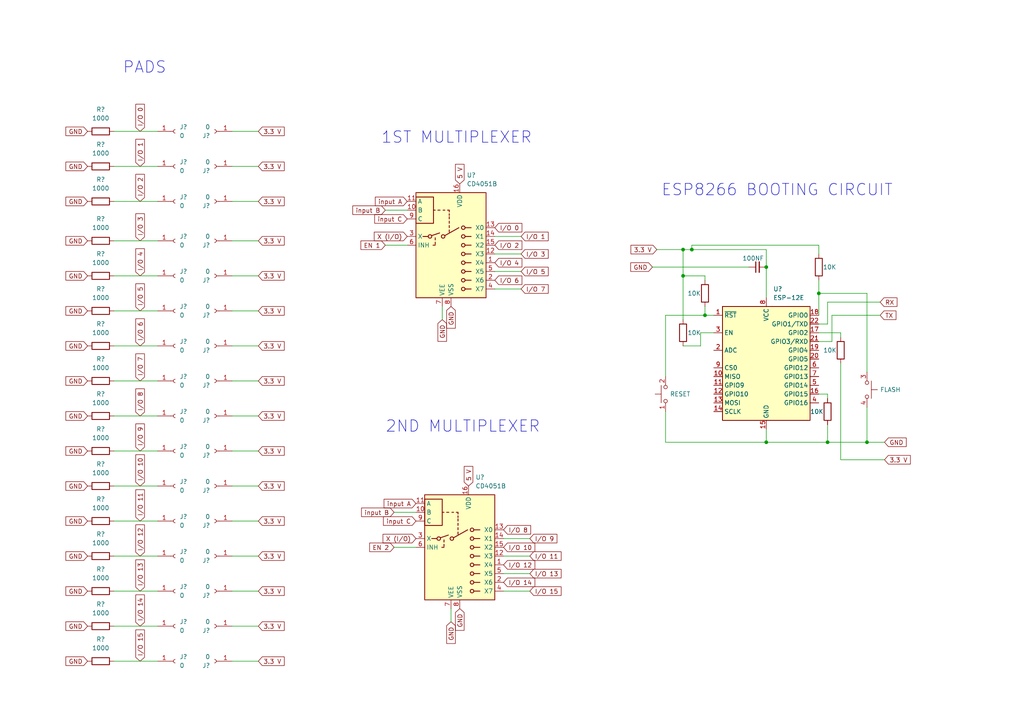
<source format=kicad_sch>
(kicad_sch (version 20211123) (generator eeschema)
  (paper "A4")
  (lib_symbols
    (symbol "Analog_Switch:CD4051B"
      (property "Reference" "U" (at -10.16 16.51 0))
      (property "Value" "CD4051B" (at 3.81 16.51 0))
      (symbol "CD4051B_0_1"
        (rectangle (start -10.16 6.35) (end -5.08 13.97) (stroke (width 0.254)))
        (rectangle (start -10.16 15.24) (end 10.16 -15.24) (stroke (width 0.254)) (fill (type background)))
        (circle (center -6.096 2.54) (radius 0.508) (stroke (width 0.254)))
        (circle (center -2.286 2.54) (radius 0.508) (stroke (width 0.254)))
        (polyline (pts (xy -8.128 2.54) (xy -6.604 2.54)) (stroke (width 0.254)))
        (polyline (pts (xy -5.588 2.794) (xy -3.302 3.556)) (stroke (width 0.254)))
        (polyline (pts (xy -4.572 0) (xy -5.207 0)) (stroke (width 0.254)))
        (polyline (pts (xy -4.572 0.254) (xy -4.572 0.889)) (stroke (width 0.254)))
        (polyline (pts (xy -4.572 1.524) (xy -4.572 2.159)) (stroke (width 0.254)))
        (polyline (pts (xy -4.572 10.16) (xy -5.08 10.16)) (stroke (width 0.254)))
        (polyline (pts (xy -3.81 10.16) (xy -3.175 10.16)) (stroke (width 0.254)))
        (polyline (pts (xy -1.778 2.794) (xy 2.286 5.08)) (stroke (width 0.254)))
        (polyline (pts (xy -1.778 10.16) (xy -2.286 10.16)) (stroke (width 0.254)))
        (polyline (pts (xy -0.508 3.81) (xy -0.508 4.445)) (stroke (width 0.254)))
        (polyline (pts (xy -0.508 5.08) (xy -0.508 5.715)) (stroke (width 0.254)))
        (polyline (pts (xy -0.508 6.35) (xy -0.508 6.985)) (stroke (width 0.254)))
        (polyline (pts (xy -0.508 7.62) (xy -0.508 8.255)) (stroke (width 0.254)))
        (polyline (pts (xy -0.508 8.636) (xy -0.508 9.144)) (stroke (width 0.254)))
        (polyline (pts (xy -0.508 9.652) (xy -0.508 10.16)) (stroke (width 0.254)))
        (polyline (pts (xy -0.508 10.16) (xy -1.016 10.16)) (stroke (width 0.254)))
        (polyline (pts (xy 4.064 -12.7) (xy 5.842 -12.7)) (stroke (width 0.254)))
        (polyline (pts (xy 4.064 -10.16) (xy 5.842 -10.16)) (stroke (width 0.254)))
        (polyline (pts (xy 4.064 -7.62) (xy 5.842 -7.62)) (stroke (width 0.254)))
        (polyline (pts (xy 4.064 -5.08) (xy 5.842 -5.08)) (stroke (width 0.254)))
        (polyline (pts (xy 4.064 -2.54) (xy 5.842 -2.54)) (stroke (width 0.254)))
        (polyline (pts (xy 4.064 0) (xy 5.842 0)) (stroke (width 0.254)))
        (polyline (pts (xy 4.064 2.54) (xy 5.842 2.54)) (stroke (width 0.254)))
        (polyline (pts (xy 4.064 5.08) (xy 5.842 5.08)) (stroke (width 0.254)))
        (circle (center 3.556 -12.7) (radius 0.508) (stroke (width 0.254)))
        (circle (center 3.556 -10.16) (radius 0.508) (stroke (width 0.254)))
        (circle (center 3.556 -7.62) (radius 0.508) (stroke (width 0.254)))
        (circle (center 3.556 -5.08) (radius 0.508) (stroke (width 0.254)))
        (circle (center 3.556 -2.54) (radius 0.508) (stroke (width 0.254)))
        (circle (center 3.556 0) (radius 0.508) (stroke (width 0.254)))
        (circle (center 3.556 2.54) (radius 0.508) (stroke (width 0.254)))
        (circle (center 3.556 5.08) (radius 0.508) (stroke (width 0.254)))
      )
      (symbol "CD4051B_1_1"
        (pin bidirectional line (at 12.7 -5.08 180) (length 2.54) (name "X4") (number "1"))
        (pin input line (at -12.7 10.16 0) (length 2.54) (name "B") (number "10"))
        (pin input line (at -12.7 12.7 0) (length 2.54) (name "A") (number "11"))
        (pin bidirectional line (at 12.7 -2.54 180) (length 2.54) (name "X3") (number "12"))
        (pin bidirectional line (at 12.7 5.08 180) (length 2.54) (name "X0") (number "13"))
        (pin bidirectional line (at 12.7 2.54 180) (length 2.54) (name "X1") (number "14"))
        (pin bidirectional line (at 12.7 0 180) (length 2.54) (name "X2") (number "15"))
        (pin power_in line (at 2.54 17.78 270) (length 2.54) (name "VDD") (number "16"))
        (pin bidirectional line (at 12.7 -10.16 180) (length 2.54) (name "X6") (number "2"))
        (pin bidirectional line (at -12.7 2.54 0) (length 2.54) (name "X") (number "3"))
        (pin bidirectional line (at 12.7 -12.7 180) (length 2.54) (name "X7") (number "4"))
        (pin bidirectional line (at 12.7 -7.62 180) (length 2.54) (name "X5") (number "5"))
        (pin input line (at -12.7 0 0) (length 2.54) (name "INH") (number "6"))
        (pin power_in line (at -2.54 -17.78 90) (length 2.54) (name "VEE") (number "7"))
        (pin power_in line (at 0 -17.78 90) (length 2.54) (name "VSS") (number "8"))
        (pin input line (at -12.7 7.62 0) (length 2.54) (name "C") (number "9"))
      )
    )
    (symbol "Connector:Conn_01x01_Female" (pin_names (offset 1.016) hide)
      (property "Reference" "J" (at 0 2.54 0))
      (property "Value" "Conn_01x01_Female" (at 0 -2.54 0))
      (symbol "Conn_01x01_Female_1_1"
        (polyline (pts (xy -1.27 0) (xy -0.508 0)) (stroke (width 0.1524)))
        (arc (start 0 0.508) (mid -0.508 0) (end 0 -0.508) (stroke (width 0.1524)))
        (pin passive line (at -5.08 0 0) (length 3.81) (name "Pin_1") (number "1"))
      )
    )
    (symbol "Device:C_Small" (pin_numbers hide) (pin_names (offset 0.254) hide)
      (property "Reference" "C" (at 0.254 1.778 0))
      (property "Value" "C_Small" (at 0.254 -2.032 0))
      (symbol "C_Small_0_1"
        (polyline (pts (xy -1.524 -0.508) (xy 1.524 -0.508)) (stroke (width 0.3302)))
        (polyline (pts (xy -1.524 0.508) (xy 1.524 0.508)) (stroke (width 0.3048)))
      )
      (symbol "C_Small_1_1"
        (pin passive line (at 0 2.54 270) (length 2.032) (name "~") (number "1"))
        (pin passive line (at 0 -2.54 90) (length 2.032) (name "~") (number "2"))
      )
    )
    (symbol "Device:R" (pin_numbers hide) (pin_names (offset 0))
      (property "Reference" "R" (at 2.032 0 90))
      (property "Value" "R" (at 0 0 90))
      (symbol "R_0_1"
        (rectangle (start -1.016 -2.54) (end 1.016 2.54) (stroke (width 0.254)))
      )
      (symbol "R_1_1"
        (pin passive line (at 0 3.81 270) (length 1.27) (name "~") (number "1"))
        (pin passive line (at 0 -3.81 90) (length 1.27) (name "~") (number "2"))
      )
    )
    (symbol "RF_Module:ESP-12E"
      (property "Reference" "U" (at -12.7 19.05 0))
      (property "Value" "ESP-12E" (at 12.7 19.05 0))
      (symbol "ESP-12E_0_1"
        (rectangle (start -12.7 17.78) (end 12.7 -15.24) (stroke (width 0.254)) (fill (type background)))
      )
      (symbol "ESP-12E_1_1"
        (pin input line (at -15.24 15.24 0) (length 2.54) (name "~{RST}") (number "1"))
        (pin bidirectional line (at -15.24 -2.54 0) (length 2.54) (name "MISO") (number "10"))
        (pin bidirectional line (at -15.24 -5.08 0) (length 2.54) (name "GPIO9") (number "11"))
        (pin bidirectional line (at -15.24 -7.62 0) (length 2.54) (name "GPIO10") (number "12"))
        (pin bidirectional line (at -15.24 -10.16 0) (length 2.54) (name "MOSI") (number "13"))
        (pin bidirectional line (at -15.24 -12.7 0) (length 2.54) (name "SCLK") (number "14"))
        (pin power_in line (at 0 -17.78 90) (length 2.54) (name "GND") (number "15"))
        (pin bidirectional line (at 15.24 -7.62 180) (length 2.54) (name "GPIO15") (number "16"))
        (pin bidirectional line (at 15.24 10.16 180) (length 2.54) (name "GPIO2") (number "17"))
        (pin bidirectional line (at 15.24 15.24 180) (length 2.54) (name "GPIO0") (number "18"))
        (pin bidirectional line (at 15.24 5.08 180) (length 2.54) (name "GPIO4") (number "19"))
        (pin input line (at -15.24 5.08 0) (length 2.54) (name "ADC") (number "2"))
        (pin bidirectional line (at 15.24 2.54 180) (length 2.54) (name "GPIO5") (number "20"))
        (pin bidirectional line (at 15.24 7.62 180) (length 2.54) (name "GPIO3/RXD") (number "21"))
        (pin bidirectional line (at 15.24 12.7 180) (length 2.54) (name "GPIO1/TXD") (number "22"))
        (pin input line (at -15.24 10.16 0) (length 2.54) (name "EN") (number "3"))
        (pin bidirectional line (at 15.24 -10.16 180) (length 2.54) (name "GPIO16") (number "4"))
        (pin bidirectional line (at 15.24 -5.08 180) (length 2.54) (name "GPIO14") (number "5"))
        (pin bidirectional line (at 15.24 0 180) (length 2.54) (name "GPIO12") (number "6"))
        (pin bidirectional line (at 15.24 -2.54 180) (length 2.54) (name "GPIO13") (number "7"))
        (pin power_in line (at 0 20.32 270) (length 2.54) (name "VCC") (number "8"))
        (pin input line (at -15.24 0 0) (length 2.54) (name "CS0") (number "9"))
      )
    )
    (symbol "Switch:SW_Push_Dual_x2" (pin_names (offset 1.016) hide)
      (property "Reference" "SW" (at 1.27 2.54 0))
      (property "Value" "SW_Push_Dual_x2" (at 0 -1.524 0))
      (symbol "SW_Push_Dual_x2_0_1"
        (circle (center -2.032 0) (radius 0.508))
        (polyline (pts (xy 0 1.27) (xy 0 3.048)))
        (polyline (pts (xy 2.54 1.27) (xy -2.54 1.27)))
        (circle (center 2.032 0) (radius 0.508))
      )
      (symbol "SW_Push_Dual_x2_1_1"
        (pin passive line (at -5.08 0 0) (length 2.54) (name "C") (number "1"))
        (pin passive line (at 5.08 0 180) (length 2.54) (name "D") (number "2"))
      )
      (symbol "SW_Push_Dual_x2_2_1"
        (pin passive line (at -5.08 0 0) (length 2.54) (name "C") (number "3"))
        (pin passive line (at 5.08 0 180) (length 2.54) (name "D") (number "4"))
      )
    )
  )
  (junction (at 222.25 77.47))
  (junction (at 198.12 80.01))
  (junction (at 204.47 91.44))
  (junction (at 240.03 128.27))
  (junction (at 222.25 128.27))
  (junction (at 251.46 128.27))
  (junction (at 200.66 72.39))
  (junction (at 198.12 72.39))
  (junction (at 237.49 85.09))
  (wire (pts (xy 204.47 88.9) (xy 204.47 91.44)))
  (wire (pts (xy 33.02 100.33) (xy 45.72 100.33)))
  (wire (pts (xy 151.13 73.66) (xy 143.51 73.66)))
  (wire (pts (xy 237.49 81.28) (xy 237.49 85.09)))
  (wire (pts (xy 222.25 86.36) (xy 222.25 77.47)))
  (wire (pts (xy 33.02 80.01) (xy 45.72 80.01)))
  (wire (pts (xy 153.67 171.45) (xy 146.05 171.45)))
  (wire (pts (xy 251.46 128.27) (xy 256.54 128.27)))
  (wire (pts (xy 240.03 128.27) (xy 251.46 128.27)))
  (wire (pts (xy 222.25 128.27) (xy 240.03 128.27)))
  (wire (pts (xy 251.46 118.11) (xy 251.46 128.27)))
  (wire (pts (xy 67.31 151.13) (xy 74.93 151.13)))
  (wire (pts (xy 251.46 107.95) (xy 251.46 85.09)))
  (wire (pts (xy 67.31 38.1) (xy 74.93 38.1)))
  (wire (pts (xy 204.47 80.01) (xy 204.47 81.28)))
  (wire (pts (xy 203.2 96.52) (xy 203.2 100.33)))
  (wire (pts (xy 33.02 191.77) (xy 45.72 191.77)))
  (wire (pts (xy 67.31 181.61) (xy 74.93 181.61)))
  (wire (pts (xy 204.47 80.01) (xy 198.12 80.01)))
  (wire (pts (xy 207.01 96.52) (xy 203.2 96.52)))
  (wire (pts (xy 33.02 130.81) (xy 45.72 130.81)))
  (wire (pts (xy 198.12 80.01) (xy 198.12 92.71)))
  (wire (pts (xy 207.01 91.44) (xy 204.47 91.44)))
  (wire (pts (xy 33.02 38.1) (xy 45.72 38.1)))
  (wire (pts (xy 111.76 60.96) (xy 118.11 60.96)))
  (wire (pts (xy 67.31 58.42) (xy 74.93 58.42)))
  (wire (pts (xy 67.31 90.17) (xy 74.93 90.17)))
  (wire (pts (xy 33.02 171.45) (xy 45.72 171.45)))
  (wire (pts (xy 33.02 140.97) (xy 45.72 140.97)))
  (wire (pts (xy 240.03 87.63) (xy 240.03 93.98)))
  (wire (pts (xy 67.31 161.29) (xy 74.93 161.29)))
  (wire (pts (xy 222.25 124.46) (xy 222.25 128.27)))
  (wire (pts (xy 33.02 181.61) (xy 45.72 181.61)))
  (wire (pts (xy 67.31 191.77) (xy 74.93 191.77)))
  (wire (pts (xy 33.02 48.26) (xy 45.72 48.26)))
  (wire (pts (xy 237.49 99.06) (xy 241.3 99.06)))
  (wire (pts (xy 111.76 71.12) (xy 118.11 71.12)))
  (wire (pts (xy 151.13 83.82) (xy 143.51 83.82)))
  (wire (pts (xy 243.84 105.41) (xy 243.84 133.35)))
  (wire (pts (xy 153.67 161.29) (xy 146.05 161.29)))
  (wire (pts (xy 33.02 120.65) (xy 45.72 120.65)))
  (wire (pts (xy 237.49 85.09) (xy 237.49 91.44)))
  (wire (pts (xy 217.17 77.47) (xy 189.23 77.47)))
  (wire (pts (xy 222.25 77.47) (xy 222.25 72.39)))
  (wire (pts (xy 33.02 151.13) (xy 45.72 151.13)))
  (wire (pts (xy 237.49 71.12) (xy 200.66 71.12)))
  (wire (pts (xy 255.27 91.44) (xy 241.3 91.44)))
  (wire (pts (xy 67.31 140.97) (xy 74.93 140.97)))
  (wire (pts (xy 33.02 110.49) (xy 45.72 110.49)))
  (wire (pts (xy 200.66 71.12) (xy 200.66 72.39)))
  (wire (pts (xy 198.12 72.39) (xy 190.5 72.39)))
  (wire (pts (xy 153.67 166.37) (xy 146.05 166.37)))
  (wire (pts (xy 33.02 69.85) (xy 45.72 69.85)))
  (wire (pts (xy 243.84 133.35) (xy 256.54 133.35)))
  (wire (pts (xy 193.04 91.44) (xy 193.04 109.22)))
  (wire (pts (xy 237.49 96.52) (xy 243.84 96.52)))
  (wire (pts (xy 193.04 91.44) (xy 204.47 91.44)))
  (wire (pts (xy 67.31 80.01) (xy 74.93 80.01)))
  (wire (pts (xy 67.31 171.45) (xy 74.93 171.45)))
  (wire (pts (xy 67.31 69.85) (xy 74.93 69.85)))
  (wire (pts (xy 67.31 130.81) (xy 74.93 130.81)))
  (wire (pts (xy 241.3 91.44) (xy 241.3 99.06)))
  (wire (pts (xy 240.03 123.19) (xy 240.03 128.27)))
  (wire (pts (xy 222.25 72.39) (xy 200.66 72.39)))
  (wire (pts (xy 240.03 114.3) (xy 240.03 115.57)))
  (wire (pts (xy 237.49 114.3) (xy 240.03 114.3)))
  (wire (pts (xy 128.27 92.71) (xy 128.27 88.9)))
  (wire (pts (xy 255.27 87.63) (xy 240.03 87.63)))
  (wire (pts (xy 193.04 128.27) (xy 222.25 128.27)))
  (wire (pts (xy 67.31 100.33) (xy 74.93 100.33)))
  (wire (pts (xy 67.31 120.65) (xy 74.93 120.65)))
  (wire (pts (xy 130.81 180.34) (xy 130.81 176.53)))
  (wire (pts (xy 33.02 161.29) (xy 45.72 161.29)))
  (wire (pts (xy 251.46 85.09) (xy 237.49 85.09)))
  (wire (pts (xy 151.13 78.74) (xy 143.51 78.74)))
  (wire (pts (xy 151.13 68.58) (xy 143.51 68.58)))
  (wire (pts (xy 243.84 96.52) (xy 243.84 97.79)))
  (wire (pts (xy 33.02 90.17) (xy 45.72 90.17)))
  (wire (pts (xy 237.49 73.66) (xy 237.49 71.12)))
  (wire (pts (xy 33.02 58.42) (xy 45.72 58.42)))
  (wire (pts (xy 114.3 148.59) (xy 120.65 148.59)))
  (wire (pts (xy 153.67 156.21) (xy 146.05 156.21)))
  (wire (pts (xy 193.04 119.38) (xy 193.04 128.27)))
  (wire (pts (xy 67.31 110.49) (xy 74.93 110.49)))
  (wire (pts (xy 114.3 158.75) (xy 120.65 158.75)))
  (wire (pts (xy 67.31 48.26) (xy 74.93 48.26)))
  (wire (pts (xy 200.66 72.39) (xy 198.12 72.39)))
  (wire (pts (xy 203.2 100.33) (xy 198.12 100.33)))
  (wire (pts (xy 240.03 93.98) (xy 237.49 93.98)))
  (wire (pts (xy 198.12 72.39) (xy 198.12 80.01)))
  (text "PADS" (at 35.56 21.59 0) (effects (font (size 3.3 3.3)) (justify left bottom)))
  (text "2ND MULTIPLEXER" (at 111.76 125.73 0) (effects (font (size 3.3 3.3)) (justify left bottom)))
  (text "ESP8266 BOOTING CIRCUIT\n" (at 191.77 57.15 0) (effects (font (size 3.3 3.3)) (justify left bottom)))
  (text "1ST MULTIPLEXER" (at 110.49 41.91 0) (effects (font (size 3.3 3.3)) (justify left bottom)))
  (global_label "GND" (shape input) (at 25.4 80.01 180) (property "Intersheet References" "${INTERSHEET_REFS}" (effects hide)))
  (global_label "GND" (shape input) (at 25.4 140.97 180) (property "Intersheet References" "${INTERSHEET_REFS}" (effects hide)))
  (global_label "3.3 V" (shape input) (at 74.93 171.45 0) (property "Intersheet References" "${INTERSHEET_REFS}" (effects hide)))
  (global_label "GND" (shape input) (at 25.4 100.33 180) (property "Intersheet References" "${INTERSHEET_REFS}" (effects hide)))
  (global_label "3.3 V" (shape input) (at 74.93 38.1 0) (property "Intersheet References" "${INTERSHEET_REFS}" (effects hide)))
  (global_label "3.3 V" (shape input) (at 74.93 69.85 0) (property "Intersheet References" "${INTERSHEET_REFS}" (effects hide)))
  (global_label "input B" (shape input) (at 114.3 148.59 180) (property "Intersheet References" "${INTERSHEET_REFS}" (effects hide)))
  (global_label "GND" (shape input) (at 189.23 77.47 180) (property "Intersheet References" "${INTERSHEET_REFS}" (effects hide)))
  (global_label "I{slash}O 13" (shape input) (at 153.67 166.37 0) (property "Intersheet References" "${INTERSHEET_REFS}" (effects hide)))
  (global_label "I{slash}O 15" (shape input) (at 40.64 191.77 90) (property "Intersheet References" "${INTERSHEET_REFS}" (effects hide)))
  (global_label "RX" (shape input) (at 255.27 87.63 0) (property "Intersheet References" "${INTERSHEET_REFS}" (effects hide)))
  (global_label "GND" (shape input) (at 25.4 181.61 180) (property "Intersheet References" "${INTERSHEET_REFS}" (effects hide)))
  (global_label "3.3 V" (shape input) (at 74.93 110.49 0) (property "Intersheet References" "${INTERSHEET_REFS}" (effects hide)))
  (global_label "TX" (shape input) (at 255.27 91.44 0) (property "Intersheet References" "${INTERSHEET_REFS}" (effects hide)))
  (global_label "EN 2" (shape input) (at 114.3 158.75 180) (property "Intersheet References" "${INTERSHEET_REFS}" (effects hide)))
  (global_label "GND" (shape input) (at 25.4 151.13 180) (property "Intersheet References" "${INTERSHEET_REFS}" (effects hide)))
  (global_label "GND" (shape input) (at 25.4 110.49 180) (property "Intersheet References" "${INTERSHEET_REFS}" (effects hide)))
  (global_label "GND" (shape input) (at 25.4 191.77 180) (property "Intersheet References" "${INTERSHEET_REFS}" (effects hide)))
  (global_label "input A" (shape input) (at 118.11 58.42 180) (property "Intersheet References" "${INTERSHEET_REFS}" (effects hide)))
  (global_label "GND" (shape input) (at 133.35 176.53 270) (property "Intersheet References" "${INTERSHEET_REFS}" (effects hide)))
  (global_label "GND" (shape input) (at 25.4 58.42 180) (property "Intersheet References" "${INTERSHEET_REFS}" (effects hide)))
  (global_label "I{slash}O 14" (shape input) (at 146.05 168.91 0) (property "Intersheet References" "${INTERSHEET_REFS}" (effects hide)))
  (global_label "3.3 V" (shape input) (at 190.5 72.39 180) (property "Intersheet References" "${INTERSHEET_REFS}" (effects hide)))
  (global_label "I{slash}O 8" (shape input) (at 40.64 120.65 90) (property "Intersheet References" "${INTERSHEET_REFS}" (effects hide)))
  (global_label "GND" (shape input) (at 25.4 38.1 180) (property "Intersheet References" "${INTERSHEET_REFS}" (effects hide)))
  (global_label "I{slash}O 7" (shape input) (at 40.64 110.49 90) (property "Intersheet References" "${INTERSHEET_REFS}" (effects hide)))
  (global_label "GND" (shape input) (at 128.27 92.71 270) (property "Intersheet References" "${INTERSHEET_REFS}" (effects hide)))
  (global_label "GND" (shape input) (at 25.4 48.26 180) (property "Intersheet References" "${INTERSHEET_REFS}" (effects hide)))
  (global_label "input A" (shape input) (at 120.65 146.05 180) (property "Intersheet References" "${INTERSHEET_REFS}" (effects hide)))
  (global_label "GND" (shape input) (at 25.4 120.65 180) (property "Intersheet References" "${INTERSHEET_REFS}" (effects hide)))
  (global_label "GND" (shape input) (at 130.81 88.9 270) (property "Intersheet References" "${INTERSHEET_REFS}" (effects hide)))
  (global_label "I{slash}O 5" (shape input) (at 40.64 90.17 90) (property "Intersheet References" "${INTERSHEET_REFS}" (effects hide)))
  (global_label "I{slash}O 13" (shape input) (at 40.64 171.45 90) (property "Intersheet References" "${INTERSHEET_REFS}" (effects hide)))
  (global_label "3.3 V" (shape input) (at 74.93 140.97 0) (property "Intersheet References" "${INTERSHEET_REFS}" (effects hide)))
  (global_label "I{slash}O 15" (shape input) (at 153.67 171.45 0) (property "Intersheet References" "${INTERSHEET_REFS}" (effects hide)))
  (global_label "3.3 V" (shape input) (at 74.93 58.42 0) (property "Intersheet References" "${INTERSHEET_REFS}" (effects hide)))
  (global_label "I{slash}O 3" (shape input) (at 40.64 69.85 90) (property "Intersheet References" "${INTERSHEET_REFS}" (effects hide)))
  (global_label "X (I{slash}O)" (shape input) (at 118.11 68.58 180) (property "Intersheet References" "${INTERSHEET_REFS}" (effects hide)))
  (global_label "I{slash}O 11" (shape input) (at 40.64 151.13 90) (property "Intersheet References" "${INTERSHEET_REFS}" (effects hide)))
  (global_label "3.3 V" (shape input) (at 256.54 133.35 0) (property "Intersheet References" "${INTERSHEET_REFS}" (effects hide)))
  (global_label "I{slash}O 10" (shape input) (at 40.64 140.97 90) (property "Intersheet References" "${INTERSHEET_REFS}" (effects hide)))
  (global_label "3.3 V" (shape input) (at 74.93 130.81 0) (property "Intersheet References" "${INTERSHEET_REFS}" (effects hide)))
  (global_label "3.3 V" (shape input) (at 74.93 48.26 0) (property "Intersheet References" "${INTERSHEET_REFS}" (effects hide)))
  (global_label "I{slash}O 2" (shape input) (at 143.51 71.12 0) (property "Intersheet References" "${INTERSHEET_REFS}" (effects hide)))
  (global_label "3.3 V" (shape input) (at 74.93 161.29 0) (property "Intersheet References" "${INTERSHEET_REFS}" (effects hide)))
  (global_label "GND" (shape input) (at 25.4 130.81 180) (property "Intersheet References" "${INTERSHEET_REFS}" (effects hide)))
  (global_label "GND" (shape input) (at 25.4 171.45 180) (property "Intersheet References" "${INTERSHEET_REFS}" (effects hide)))
  (global_label "5 V" (shape input) (at 135.89 140.97 90) (property "Intersheet References" "${INTERSHEET_REFS}" (effects hide)))
  (global_label "I{slash}O 0" (shape input) (at 143.51 66.04 0) (property "Intersheet References" "${INTERSHEET_REFS}" (effects hide)))
  (global_label "3.3 V" (shape input) (at 74.93 181.61 0) (property "Intersheet References" "${INTERSHEET_REFS}" (effects hide)))
  (global_label "I{slash}O 14" (shape input) (at 40.64 181.61 90) (property "Intersheet References" "${INTERSHEET_REFS}" (effects hide)))
  (global_label "I{slash}O 7" (shape input) (at 151.13 83.82 0) (property "Intersheet References" "${INTERSHEET_REFS}" (effects hide)))
  (global_label "input B" (shape input) (at 111.76 60.96 180) (property "Intersheet References" "${INTERSHEET_REFS}" (effects hide)))
  (global_label "I{slash}O 3" (shape input) (at 151.13 73.66 0) (property "Intersheet References" "${INTERSHEET_REFS}" (effects hide)))
  (global_label "I{slash}O 4" (shape input) (at 40.64 80.01 90) (property "Intersheet References" "${INTERSHEET_REFS}" (effects hide)))
  (global_label "input C" (shape input) (at 120.65 151.13 180) (property "Intersheet References" "${INTERSHEET_REFS}" (effects hide)))
  (global_label "GND" (shape input) (at 25.4 90.17 180) (property "Intersheet References" "${INTERSHEET_REFS}" (effects hide)))
  (global_label "3.3 V" (shape input) (at 74.93 120.65 0) (property "Intersheet References" "${INTERSHEET_REFS}" (effects hide)))
  (global_label "3.3 V" (shape input) (at 74.93 80.01 0) (property "Intersheet References" "${INTERSHEET_REFS}" (effects hide)))
  (global_label "I{slash}O 9" (shape input) (at 153.67 156.21 0) (property "Intersheet References" "${INTERSHEET_REFS}" (effects hide)))
  (global_label "I{slash}O 12" (shape input) (at 146.05 163.83 0) (property "Intersheet References" "${INTERSHEET_REFS}" (effects hide)))
  (global_label "I{slash}O 2" (shape input) (at 40.64 58.42 90) (property "Intersheet References" "${INTERSHEET_REFS}" (effects hide)))
  (global_label "I{slash}O 0" (shape input) (at 40.64 38.1 90) (property "Intersheet References" "${INTERSHEET_REFS}" (effects hide)))
  (global_label "X (I{slash}O)" (shape input) (at 120.65 156.21 180) (property "Intersheet References" "${INTERSHEET_REFS}" (effects hide)))
  (global_label "I{slash}O 1" (shape input) (at 40.64 48.26 90) (property "Intersheet References" "${INTERSHEET_REFS}" (effects hide)))
  (global_label "I{slash}O 9" (shape input) (at 40.64 130.81 90) (property "Intersheet References" "${INTERSHEET_REFS}" (effects hide)))
  (global_label "I{slash}O 5" (shape input) (at 151.13 78.74 0) (property "Intersheet References" "${INTERSHEET_REFS}" (effects hide)))
  (global_label "I{slash}O 12" (shape input) (at 40.64 161.29 90) (property "Intersheet References" "${INTERSHEET_REFS}" (effects hide)))
  (global_label "I{slash}O 11" (shape input) (at 153.67 161.29 0) (property "Intersheet References" "${INTERSHEET_REFS}" (effects hide)))
  (global_label "EN 1" (shape input) (at 111.76 71.12 180) (property "Intersheet References" "${INTERSHEET_REFS}" (effects hide)))
  (global_label "GND" (shape input) (at 256.54 128.27 0) (property "Intersheet References" "${INTERSHEET_REFS}" (effects hide)))
  (global_label "I{slash}O 6" (shape input) (at 40.64 100.33 90) (property "Intersheet References" "${INTERSHEET_REFS}" (effects hide)))
  (global_label "I{slash}O 6" (shape input) (at 143.51 81.28 0) (property "Intersheet References" "${INTERSHEET_REFS}" (effects hide)))
  (global_label "3.3 V" (shape input) (at 74.93 191.77 0) (property "Intersheet References" "${INTERSHEET_REFS}" (effects hide)))
  (global_label "3.3 V" (shape input) (at 74.93 100.33 0) (property "Intersheet References" "${INTERSHEET_REFS}" (effects hide)))
  (global_label "I{slash}O 4" (shape input) (at 143.51 76.2 0) (property "Intersheet References" "${INTERSHEET_REFS}" (effects hide)))
  (global_label "5 V" (shape input) (at 133.35 53.34 90) (property "Intersheet References" "${INTERSHEET_REFS}" (effects hide)))
  (global_label "GND" (shape input) (at 130.81 180.34 270) (property "Intersheet References" "${INTERSHEET_REFS}" (effects hide)))
  (global_label "I{slash}O 1" (shape input) (at 151.13 68.58 0) (property "Intersheet References" "${INTERSHEET_REFS}" (effects hide)))
  (global_label "GND" (shape input) (at 25.4 161.29 180) (property "Intersheet References" "${INTERSHEET_REFS}" (effects hide)))
  (global_label "input C" (shape input) (at 118.11 63.5 180) (property "Intersheet References" "${INTERSHEET_REFS}" (effects hide)))
  (global_label "3.3 V" (shape input) (at 74.93 151.13 0) (property "Intersheet References" "${INTERSHEET_REFS}" (effects hide)))
  (global_label "3.3 V" (shape input) (at 74.93 90.17 0) (property "Intersheet References" "${INTERSHEET_REFS}" (effects hide)))
  (global_label "I{slash}O 8" (shape input) (at 146.05 153.67 0) (property "Intersheet References" "${INTERSHEET_REFS}" (effects hide)))
  (global_label "I{slash}O 10" (shape input) (at 146.05 158.75 0) (property "Intersheet References" "${INTERSHEET_REFS}" (effects hide)))
  (global_label "GND" (shape input) (at 25.4 69.85 180) (property "Intersheet References" "${INTERSHEET_REFS}" (effects hide)))
  (symbol (lib_id "Device:R") (at 198.12 96.52 180) (unit 1)
    (property "Reference" "R?" (effects hide))
    (property "Value" "10K" (at 199.39 96.52 0) (effects (justify right)))
  )
  (symbol (lib_id "Connector:Conn_01x01_Female") (at 50.8 90.17 0) (unit 1)
    (property "Reference" "J?" (at 52.07 88.9 0) (effects (justify left)))
    (property "Value" "0" (at 52.07 91.4399 0) (effects (justify left)))
  )
  (symbol (lib_id "Connector:Conn_01x01_Female") (at 50.8 110.49 0) (unit 1)
    (property "Reference" "J?" (at 52.07 109.22 0) (effects (justify left)))
    (property "Value" "0" (at 52.07 111.7599 0) (effects (justify left)))
  )
  (symbol (lib_id "Connector:Conn_01x01_Female") (at 50.8 58.42 0) (unit 1)
    (property "Reference" "J?" (at 52.07 57.15 0) (effects (justify left)))
    (property "Value" "0" (at 52.07 59.6899 0) (effects (justify left)))
  )
  (symbol (lib_id "Connector:Conn_01x01_Female") (at 50.8 191.77 0) (unit 1)
    (property "Reference" "J?" (at 52.07 190.5 0) (effects (justify left)))
    (property "Value" "0" (at 52.07 193.0399 0) (effects (justify left)))
  )
  (symbol (lib_id "Connector:Conn_01x01_Female") (at 62.23 161.29 180) (unit 1)
    (property "Reference" "J?" (at 60.96 162.56 0) (effects (justify left)))
    (property "Value" "0" (at 60.96 160.0201 0) (effects (justify left)))
  )
  (symbol (lib_id "Connector:Conn_01x01_Female") (at 62.23 191.77 180) (unit 1)
    (property "Reference" "J?" (at 60.96 193.04 0) (effects (justify left)))
    (property "Value" "0" (at 60.96 190.5001 0) (effects (justify left)))
  )
  (symbol (lib_id "Connector:Conn_01x01_Female") (at 50.8 161.29 0) (unit 1)
    (property "Reference" "J?" (at 52.07 160.02 0) (effects (justify left)))
    (property "Value" "0" (at 52.07 162.5599 0) (effects (justify left)))
  )
  (symbol (lib_id "Connector:Conn_01x01_Female") (at 50.8 100.33 0) (unit 1)
    (property "Reference" "J?" (at 52.07 99.06 0) (effects (justify left)))
    (property "Value" "0" (at 52.07 101.5999 0) (effects (justify left)))
  )
  (symbol (lib_id "Device:R") (at 29.21 48.26 90) (unit 1)
    (property "Reference" "R?" (at 29.21 41.91 90))
    (property "Value" "1000" (at 29.21 44.45 90))
  )
  (symbol (lib_id "Connector:Conn_01x01_Female") (at 50.8 120.65 0) (unit 1)
    (property "Reference" "J?" (at 52.07 119.38 0) (effects (justify left)))
    (property "Value" "0" (at 52.07 121.9199 0) (effects (justify left)))
  )
  (symbol (lib_id "Connector:Conn_01x01_Female") (at 62.23 110.49 180) (unit 1)
    (property "Reference" "J?" (at 60.96 111.76 0) (effects (justify left)))
    (property "Value" "0" (at 60.96 109.2201 0) (effects (justify left)))
  )
  (symbol (lib_id "Device:R") (at 29.21 191.77 90) (unit 1)
    (property "Reference" "R?" (at 29.21 185.42 90))
    (property "Value" "1000" (at 29.21 187.96 90))
  )
  (symbol (lib_id "Device:R") (at 29.21 161.29 90) (unit 1)
    (property "Reference" "R?" (at 29.21 154.94 90))
    (property "Value" "1000" (at 29.21 157.48 90))
  )
  (symbol (lib_id "Connector:Conn_01x01_Female") (at 62.23 140.97 180) (unit 1)
    (property "Reference" "J?" (at 60.96 142.24 0) (effects (justify left)))
    (property "Value" "0" (at 60.96 139.7001 0) (effects (justify left)))
  )
  (symbol (lib_id "Connector:Conn_01x01_Female") (at 62.23 130.81 180) (unit 1)
    (property "Reference" "J?" (at 60.96 132.08 0) (effects (justify left)))
    (property "Value" "0" (at 60.96 129.5401 0) (effects (justify left)))
  )
  (symbol (lib_id "Switch:SW_Push_Dual_x2") (at 193.04 114.3 90) (unit 1)
    (property "Reference" "RESET" (effects hide))
    (property "Value" "RESET" (at 194.31 114.2999 90) (effects (justify right)))
  )
  (symbol (lib_id "Connector:Conn_01x01_Female") (at 62.23 38.1 180) (unit 1)
    (property "Reference" "J?" (at 60.96 39.37 0) (effects (justify left)))
    (property "Value" "0" (at 60.96 36.8301 0) (effects (justify left)))
  )
  (symbol (lib_id "Connector:Conn_01x01_Female") (at 62.23 58.42 180) (unit 1)
    (property "Reference" "J?" (at 60.96 59.69 0) (effects (justify left)))
    (property "Value" "0" (at 60.96 57.1501 0) (effects (justify left)))
  )
  (symbol (lib_id "Device:R") (at 29.21 80.01 90) (unit 1)
    (property "Reference" "R?" (at 29.21 73.66 90))
    (property "Value" "1000" (at 29.21 76.2 90))
  )
  (symbol (lib_id "Connector:Conn_01x01_Female") (at 50.8 181.61 0) (unit 1)
    (property "Reference" "J?" (at 52.07 180.34 0) (effects (justify left)))
    (property "Value" "0" (at 52.07 182.8799 0) (effects (justify left)))
  )
  (symbol (lib_id "Device:R") (at 29.21 69.85 90) (unit 1)
    (property "Reference" "R?" (at 29.21 63.5 90))
    (property "Value" "1000" (at 29.21 66.04 90))
  )
  (symbol (lib_id "Connector:Conn_01x01_Female") (at 62.23 90.17 180) (unit 1)
    (property "Reference" "J?" (at 60.96 91.44 0) (effects (justify left)))
    (property "Value" "0" (at 60.96 88.9001 0) (effects (justify left)))
  )
  (symbol (lib_id "Device:R") (at 29.21 110.49 90) (unit 1)
    (property "Reference" "R?" (at 29.21 104.14 90))
    (property "Value" "1000" (at 29.21 106.68 90))
  )
  (symbol (lib_id "Connector:Conn_01x01_Female") (at 50.8 140.97 0) (unit 1)
    (property "Reference" "J?" (at 52.07 139.7 0) (effects (justify left)))
    (property "Value" "0" (at 52.07 142.2399 0) (effects (justify left)))
  )
  (symbol (lib_id "Connector:Conn_01x01_Female") (at 50.8 151.13 0) (unit 1)
    (property "Reference" "J?" (at 52.07 149.86 0) (effects (justify left)))
    (property "Value" "0" (at 52.07 152.3999 0) (effects (justify left)))
  )
  (symbol (lib_id "Device:R") (at 29.21 90.17 90) (unit 1)
    (property "Reference" "R?" (at 29.21 83.82 90))
    (property "Value" "1000" (at 29.21 86.36 90))
  )
  (symbol (lib_id "Device:R") (at 240.03 119.38 0) (unit 1)
    (property "Reference" "R?" (effects hide))
    (property "Value" "10K" (at 234.95 119.38 0) (effects (justify left)))
  )
  (symbol (lib_id "Device:R") (at 243.84 101.6 0) (unit 1)
    (property "Reference" "R?" (effects hide))
    (property "Value" "10K" (at 238.76 101.6 0) (effects (justify left)))
  )
  (symbol (lib_id "Connector:Conn_01x01_Female") (at 50.8 48.26 0) (unit 1)
    (property "Reference" "J?" (at 52.07 46.99 0) (effects (justify left)))
    (property "Value" "0" (at 52.07 49.5299 0) (effects (justify left)))
  )
  (symbol (lib_id "Device:R") (at 29.21 100.33 90) (unit 1)
    (property "Reference" "R?" (at 29.21 93.98 90))
    (property "Value" "1000" (at 29.21 96.52 90))
  )
  (symbol (lib_id "Connector:Conn_01x01_Female") (at 62.23 171.45 180) (unit 1)
    (property "Reference" "J?" (at 60.96 172.72 0) (effects (justify left)))
    (property "Value" "0" (at 60.96 170.1801 0) (effects (justify left)))
  )
  (symbol (lib_id "Connector:Conn_01x01_Female") (at 62.23 48.26 180) (unit 1)
    (property "Reference" "J?" (at 60.96 49.53 0) (effects (justify left)))
    (property "Value" "0" (at 60.96 46.9901 0) (effects (justify left)))
  )
  (symbol (lib_id "Connector:Conn_01x01_Female") (at 62.23 100.33 180) (unit 1)
    (property "Reference" "J?" (at 60.96 101.6 0) (effects (justify left)))
    (property "Value" "0" (at 60.96 99.0601 0) (effects (justify left)))
  )
  (symbol (lib_id "Connector:Conn_01x01_Female") (at 50.8 38.1 0) (unit 1)
    (property "Reference" "J?" (at 52.07 36.83 0) (effects (justify left)))
    (property "Value" "0" (at 52.07 39.3699 0) (effects (justify left)))
  )
  (symbol (lib_id "Switch:SW_Push_Dual_x2") (at 251.46 113.03 270) (unit 2)
    (property "Reference" "FLASH" (effects hide))
    (property "Value" "FLASH" (at 255.27 113.0299 90) (effects (justify left)))
  )
  (symbol (lib_id "Connector:Conn_01x01_Female") (at 62.23 181.61 180) (unit 1)
    (property "Reference" "J?" (at 60.96 182.88 0) (effects (justify left)))
    (property "Value" "0" (at 60.96 180.3401 0) (effects (justify left)))
  )
  (symbol (lib_id "Connector:Conn_01x01_Female") (at 62.23 151.13 180) (unit 1)
    (property "Reference" "J?" (at 60.96 152.4 0) (effects (justify left)))
    (property "Value" "0" (at 60.96 149.8601 0) (effects (justify left)))
  )
  (symbol (lib_id "Device:R") (at 29.21 130.81 90) (unit 1)
    (property "Reference" "R?" (at 29.21 124.46 90))
    (property "Value" "1000" (at 29.21 127 90))
  )
  (symbol (lib_id "Connector:Conn_01x01_Female") (at 50.8 130.81 0) (unit 1)
    (property "Reference" "J?" (at 52.07 129.54 0) (effects (justify left)))
    (property "Value" "0" (at 52.07 132.0799 0) (effects (justify left)))
  )
  (symbol (lib_id "Connector:Conn_01x01_Female") (at 50.8 80.01 0) (unit 1)
    (property "Reference" "J?" (at 52.07 78.74 0) (effects (justify left)))
    (property "Value" "0" (at 52.07 81.2799 0) (effects (justify left)))
  )
  (symbol (lib_id "Device:R") (at 29.21 38.1 90) (unit 1)
    (property "Reference" "R?" (at 29.21 31.75 90))
    (property "Value" "1000" (at 29.21 34.29 90))
  )
  (symbol (lib_id "Analog_Switch:CD4051B") (at 130.81 71.12 0) (unit 1)
    (property "Reference" "U?" (at 135.3694 50.8 0) (effects (justify left)))
    (property "Value" "CD4051B" (at 135.3694 53.34 0) (effects (justify left)))
    (property "Datasheet" "http://www.ti.com/lit/ds/symlink/cd4052b.pdf" (effects hide))
  )
  (symbol (lib_id "Connector:Conn_01x01_Female") (at 50.8 171.45 0) (unit 1)
    (property "Reference" "J?" (at 52.07 170.18 0) (effects (justify left)))
    (property "Value" "0" (at 52.07 172.7199 0) (effects (justify left)))
  )
  (symbol (lib_id "Connector:Conn_01x01_Female") (at 62.23 120.65 180) (unit 1)
    (property "Reference" "J?" (at 60.96 121.92 0) (effects (justify left)))
    (property "Value" "0" (at 60.96 119.3801 0) (effects (justify left)))
  )
  (symbol (lib_id "Device:R") (at 29.21 140.97 90) (unit 1)
    (property "Reference" "R?" (at 29.21 134.62 90))
    (property "Value" "1000" (at 29.21 137.16 90))
  )
  (symbol (lib_id "Device:R") (at 237.49 77.47 180) (unit 1)
    (property "Reference" "R?" (effects hide))
    (property "Value" "10K" (at 242.57 77.47 0) (effects (justify left)))
  )
  (symbol (lib_id "Device:R") (at 29.21 181.61 90) (unit 1)
    (property "Reference" "R?" (at 29.21 175.26 90))
    (property "Value" "1000" (at 29.21 177.8 90))
  )
  (symbol (lib_id "Device:R") (at 29.21 58.42 90) (unit 1)
    (property "Reference" "R?" (at 29.21 52.07 90))
    (property "Value" "1000" (at 29.21 54.61 90))
  )
  (symbol (lib_id "RF_Module:ESP-12E") (at 222.25 106.68 0) (unit 1)
    (property "Reference" "U?" (at 224.2694 83.82 0) (effects (justify left)))
    (property "Value" "ESP-12E" (at 224.2694 86.36 0) (effects (justify left)))
    (property "Footprint" "RF_Module:ESP-12E" (effects hide))
    (property "Datasheet" "http://wiki.ai-thinker.com/_media/esp8266/esp8266_series_modules_user_manual_v1.1.pdf" (effects hide))
  )
  (symbol (lib_id "Device:C_Small") (at 219.71 77.47 90) (unit 1)
    (property "Reference" "100NF" (effects hide))
    (property "Value" "100NF" (at 218.44 74.93 90))
  )
  (symbol (lib_id "Device:R") (at 29.21 151.13 90) (unit 1)
    (property "Reference" "R?" (at 29.21 144.78 90))
    (property "Value" "1000" (at 29.21 147.32 90))
  )
  (symbol (lib_id "Connector:Conn_01x01_Female") (at 50.8 69.85 0) (unit 1)
    (property "Reference" "J?" (at 52.07 68.58 0) (effects (justify left)))
    (property "Value" "0" (at 52.07 71.1199 0) (effects (justify left)))
  )
  (symbol (lib_id "Device:R") (at 29.21 120.65 90) (unit 1)
    (property "Reference" "R?" (at 29.21 114.3 90))
    (property "Value" "1000" (at 29.21 116.84 90))
  )
  (symbol (lib_id "Analog_Switch:CD4051B") (at 133.35 158.75 0) (unit 1)
    (property "Reference" "U?" (at 137.9094 138.43 0) (effects (justify left)))
    (property "Value" "CD4051B" (at 137.9094 140.97 0) (effects (justify left)))
    (property "Datasheet" "http://www.ti.com/lit/ds/symlink/cd4052b.pdf" (effects hide))
  )
  (symbol (lib_id "Device:R") (at 29.21 171.45 90) (unit 1)
    (property "Reference" "R?" (at 29.21 165.1 90))
    (property "Value" "1000" (at 29.21 167.64 90))
  )
  (symbol (lib_id "Connector:Conn_01x01_Female") (at 62.23 69.85 180) (unit 1)
    (property "Reference" "J?" (at 60.96 71.12 0) (effects (justify left)))
    (property "Value" "0" (at 60.96 68.5801 0) (effects (justify left)))
  )
  (symbol (lib_id "Device:R") (at 204.47 85.09 0) (unit 1)
    (property "Reference" "R?" (effects hide))
    (property "Value" "10K" (at 199.39 85.09 0) (effects (justify left)))
  )
  (symbol (lib_id "Connector:Conn_01x01_Female") (at 62.23 80.01 180) (unit 1)
    (property "Reference" "J?" (at 60.96 81.28 0) (effects (justify left)))
    (property "Value" "0" (at 60.96 78.7401 0) (effects (justify left)))
  )
)
</source>
